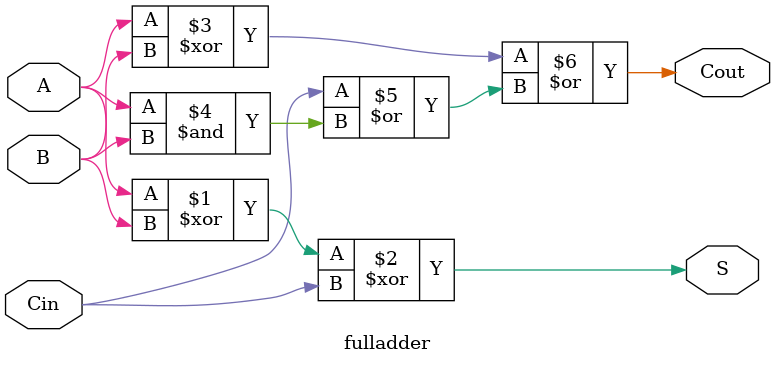
<source format=v>
`timescale 1ns / 1ps

module fulladder(    
	input  wire A, 
    input  wire B, 
    input wire Cin, 
	 output Cout,
	 output S
	 );
	 
	 assign S = A ^  B ^ Cin;
	 assign Cout = ( A^B) | (Cin | (A&B)) ; 

endmodule

</source>
